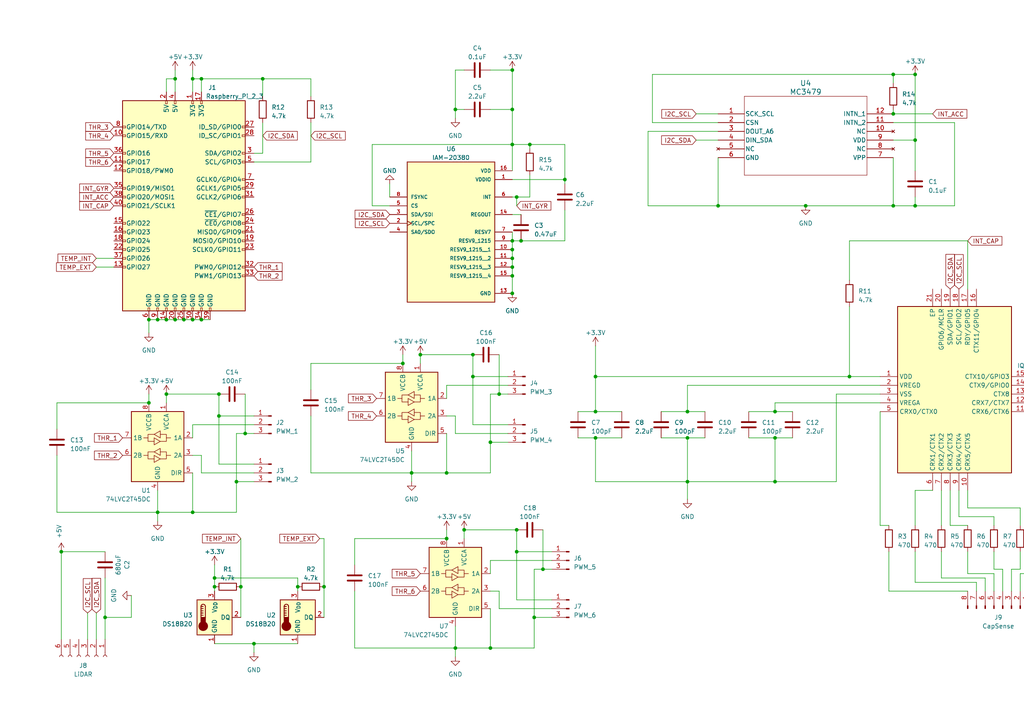
<source format=kicad_sch>
(kicad_sch (version 20230121) (generator eeschema)
  (paper "A4")
  (title_block (title "ROV Pi Hat") (company "Stony Brook University") (comment 1 "Joseph Commisso"))
  (lib_symbols
    (symbol "Connector:Conn_01x03_Pin" (pin_names (offset 1.016) hide)
      (property "Reference" "J" (at 0 5.08 0))
      (property "Value" "Conn_01x03_Pin" (at 0 -5.08 0))
      (symbol "Conn_01x03_Pin_1_1"
        (pin passive line (at 5.08 2.54 180) (length 3.81) (name "Pin_1") (number "1"))
        (pin passive line (at 5.08 0 180) (length 3.81) (name "Pin_2") (number "2"))
        (pin passive line (at 5.08 -2.54 180) (length 3.81) (name "Pin_3") (number "3"))
      )
    )
    (symbol "Connector:Conn_01x06_Socket" (pin_names (offset 1.016) hide)
      (property "Reference" "J" (at 0 7.62 0))
      (property "Value" "Conn_01x06_Socket" (at 0 -10.16 0))
      (symbol "Conn_01x06_Socket_1_1"
        (pin passive line (at -5.08 5.08 0) (length 3.81) (name "Pin_1") (number "1"))
        (pin passive line (at -5.08 2.54 0) (length 3.81) (name "Pin_2") (number "2"))
        (pin passive line (at -5.08 0 0) (length 3.81) (name "Pin_3") (number "3"))
        (pin passive line (at -5.08 -2.54 0) (length 3.81) (name "Pin_4") (number "4"))
        (pin passive line (at -5.08 -5.08 0) (length 3.81) (name "Pin_5") (number "5"))
        (pin passive line (at -5.08 -7.62 0) (length 3.81) (name "Pin_6") (number "6"))
      )
    )
    (symbol "Connector:Conn_01x08_Pin" (pin_names (offset 1.016) hide)
      (property "Reference" "J" (at 0 10.16 0))
      (property "Value" "Conn_01x08_Pin" (at 0 -12.7 0))
      (symbol "Conn_01x08_Pin_1_1"
        (pin passive line (at 5.08 7.62 180) (length 3.81) (name "Pin_1") (number "1"))
        (pin passive line (at 5.08 5.08 180) (length 3.81) (name "Pin_2") (number "2"))
        (pin passive line (at 5.08 2.54 180) (length 3.81) (name "Pin_3") (number "3"))
        (pin passive line (at 5.08 0 180) (length 3.81) (name "Pin_4") (number "4"))
        (pin passive line (at 5.08 -2.54 180) (length 3.81) (name "Pin_5") (number "5"))
        (pin passive line (at 5.08 -5.08 180) (length 3.81) (name "Pin_6") (number "6"))
        (pin passive line (at 5.08 -7.62 180) (length 3.81) (name "Pin_7") (number "7"))
        (pin passive line (at 5.08 -10.16 180) (length 3.81) (name "Pin_8") (number "8"))
      )
    )
    (symbol "Connector:Raspberry_Pi_2_3" (pin_names (offset 1.016))
      (property "Reference" "J" (at -17.78 31.75 0))
      (property "Value" "Raspberry_Pi_2_3" (at 10.16 -31.75 0))
      (symbol "Raspberry_Pi_2_3_1_1"
        (pin power_in line (at 2.54 33.02 270) (length 2.54) (name "3V3") (number "1"))
        (pin bidirectional line (at -20.32 20.32 0) (length 2.54) (name "GPIO15/RXD") (number "10"))
        (pin bidirectional line (at -20.32 12.7 0) (length 2.54) (name "GPIO17") (number "11"))
        (pin bidirectional line (at -20.32 10.16 0) (length 2.54) (name "GPIO18/PWM0") (number "12"))
        (pin bidirectional line (at -20.32 -17.78 0) (length 2.54) (name "GPIO27") (number "13"))
        (pin power_in line (at -5.08 -33.02 90) (length 2.54) (name "GND") (number "14"))
        (pin bidirectional line (at -20.32 -5.08 0) (length 2.54) (name "GPIO22") (number "15"))
        (pin bidirectional line (at -20.32 -7.62 0) (length 2.54) (name "GPIO23") (number "16"))
        (pin power_in line (at 5.08 33.02 270) (length 2.54) (name "3V3") (number "17"))
        (pin bidirectional line (at -20.32 -10.16 0) (length 2.54) (name "GPIO24") (number "18"))
        (pin bidirectional line (at 20.32 -10.16 180) (length 2.54) (name "MOSI0/GPIO10") (number "19"))
        (pin power_in line (at -5.08 33.02 270) (length 2.54) (name "5V") (number "2"))
        (pin power_in line (at -2.54 -33.02 90) (length 2.54) (name "GND") (number "20"))
        (pin bidirectional line (at 20.32 -7.62 180) (length 2.54) (name "MISO0/GPIO9") (number "21"))
        (pin bidirectional line (at -20.32 -12.7 0) (length 2.54) (name "GPIO25") (number "22"))
        (pin bidirectional line (at 20.32 -12.7 180) (length 2.54) (name "SCLK0/GPIO11") (number "23"))
        (pin bidirectional line (at 20.32 -5.08 180) (length 2.54) (name "~{CE0}/GPIO8") (number "24"))
        (pin power_in line (at 0 -33.02 90) (length 2.54) (name "GND") (number "25"))
        (pin bidirectional line (at 20.32 -2.54 180) (length 2.54) (name "~{CE1}/GPIO7") (number "26"))
        (pin bidirectional line (at 20.32 22.86 180) (length 2.54) (name "ID_SD/GPIO0") (number "27"))
        (pin bidirectional line (at 20.32 20.32 180) (length 2.54) (name "ID_SC/GPIO1") (number "28"))
        (pin bidirectional line (at 20.32 5.08 180) (length 2.54) (name "GCLK1/GPIO5") (number "29"))
        (pin bidirectional line (at 20.32 15.24 180) (length 2.54) (name "SDA/GPIO2") (number "3"))
        (pin power_in line (at 2.54 -33.02 90) (length 2.54) (name "GND") (number "30"))
        (pin bidirectional line (at 20.32 2.54 180) (length 2.54) (name "GCLK2/GPIO6") (number "31"))
        (pin bidirectional line (at 20.32 -17.78 180) (length 2.54) (name "PWM0/GPIO12") (number "32"))
        (pin bidirectional line (at 20.32 -20.32 180) (length 2.54) (name "PWM1/GPIO13") (number "33"))
        (pin power_in line (at 5.08 -33.02 90) (length 2.54) (name "GND") (number "34"))
        (pin bidirectional line (at -20.32 5.08 0) (length 2.54) (name "GPIO19/MISO1") (number "35"))
        (pin bidirectional line (at -20.32 15.24 0) (length 2.54) (name "GPIO16") (number "36"))
        (pin bidirectional line (at -20.32 -15.24 0) (length 2.54) (name "GPIO26") (number "37"))
        (pin bidirectional line (at -20.32 2.54 0) (length 2.54) (name "GPIO20/MOSI1") (number "38"))
        (pin power_in line (at 7.62 -33.02 90) (length 2.54) (name "GND") (number "39"))
        (pin power_in line (at -2.54 33.02 270) (length 2.54) (name "5V") (number "4"))
        (pin bidirectional line (at -20.32 0 0) (length 2.54) (name "GPIO21/SCLK1") (number "40"))
        (pin bidirectional line (at 20.32 12.7 180) (length 2.54) (name "SCL/GPIO3") (number "5"))
        (pin power_in line (at -10.16 -33.02 90) (length 2.54) (name "GND") (number "6"))
        (pin bidirectional line (at 20.32 7.62 180) (length 2.54) (name "GCLK0/GPIO4") (number "7"))
        (pin bidirectional line (at -20.32 22.86 0) (length 2.54) (name "GPIO14/TXD") (number "8"))
        (pin power_in line (at -7.62 -33.02 90) (length 2.54) (name "GND") (number "9"))
      )
    )
    (symbol "Device:C" (pin_numbers hide) (pin_names (offset 0.254))
      (property "Reference" "C" (at 0.635 2.54 0))
      (property "Value" "C" (at 0.635 -2.54 0))
      (symbol "C_1_1"
        (pin passive line (at 0 3.81 270) (length 2.794) (name "~") (number "1"))
        (pin passive line (at 0 -3.81 90) (length 2.794) (name "~") (number "2"))
      )
    )
    (symbol "Device:R" (pin_numbers hide) (pin_names (offset 0))
      (property "Reference" "R" (at 2.032 0 90))
      (property "Value" "R" (at 0 0 90))
      (symbol "R_1_1"
        (pin passive line (at 0 3.81 270) (length 1.27) (name "~") (number "1"))
        (pin passive line (at 0 -3.81 90) (length 1.27) (name "~") (number "2"))
      )
    )
    (symbol "Logic_LevelTranslator:74LVC2T45DC"
      (property "Reference" "U" (at 6.35 -11.43 0))
      (property "Value" "74LVC2T45DC" (at 10.16 11.43 0))
      (symbol "74LVC2T45DC_1_1"
        (pin power_in line (at -2.54 12.7 270) (length 2.54) (name "VCCA") (number "1"))
        (pin bidirectional line (at -10.16 2.54 0) (length 2.54) (name "1A") (number "2"))
        (pin bidirectional line (at -10.16 -2.54 0) (length 2.54) (name "2A") (number "3"))
        (pin power_in line (at 0 -12.7 90) (length 2.54) (name "GND") (number "4"))
        (pin input line (at -10.16 -7.62 0) (length 2.54) (name "DIR") (number "5"))
        (pin bidirectional line (at 10.16 -2.54 180) (length 2.54) (name "2B") (number "6"))
        (pin bidirectional line (at 10.16 2.54 180) (length 2.54) (name "1B") (number "7"))
        (pin power_in line (at 2.54 12.7 270) (length 2.54) (name "VCCB") (number "8"))
      )
    )
    (symbol "ROV_PCB:IAM-20380" (pin_names (offset 1.016))
      (property "Reference" "U" (at -12.7086 15.8857 0))
      (property "Value" "IAM-20380" (at -12.7199 -27.9678 0))
      (symbol "IAM-20380_0_0"
        (pin power_in line (at 17.78 10.16 180) (length 5.08) (name "VDDIO") (number "1"))
        (pin passive line (at 17.78 -10.16 180) (length 5.08) (name "RESV9_1215__1") (number "10"))
        (pin passive line (at 17.78 -12.7 180) (length 5.08) (name "RESV9_1215__2") (number "11"))
        (pin passive line (at 17.78 -15.24 180) (length 5.08) (name "RESV9_1215__3") (number "12"))
        (pin power_in line (at 17.78 -22.86 180) (length 5.08) (name "GND") (number "13"))
        (pin passive line (at 17.78 0 180) (length 5.08) (name "REGOUT") (number "14"))
        (pin passive line (at 17.78 -17.78 180) (length 5.08) (name "RESV9_1215__4") (number "15"))
        (pin power_in line (at 17.78 12.7 180) (length 5.08) (name "VDD") (number "16"))
        (pin bidirectional clock (at -17.78 -2.54 0) (length 5.08) (name "SCL/SPC") (number "2"))
        (pin input line (at -17.78 0 0) (length 5.08) (name "SDA/SDI") (number "3"))
        (pin output line (at -17.78 -5.08 0) (length 5.08) (name "SA0/SDO") (number "4"))
        (pin input line (at -17.78 2.54 0) (length 5.08) (name "CS") (number "5"))
        (pin output line (at 17.78 5.08 180) (length 5.08) (name "INT") (number "6"))
        (pin passive line (at 17.78 -5.08 180) (length 5.08) (name "RESV7") (number "7"))
        (pin input line (at -17.78 5.08 0) (length 5.08) (name "FSYNC") (number "8"))
        (pin passive line (at 17.78 -7.62 180) (length 5.08) (name "RESV9_1215") (number "9"))
      )
    )
    (symbol "ROV_PCB:IQS7222C101QNR"
      (property "Reference" "IC" (at 39.37 25.4 0))
      (property "Value" "IQS7222C101QNR" (at 39.37 22.86 0))
      (symbol "IQS7222C101QNR_1_1"
        (pin passive line (at 0 0 0) (length 5.08) (name "VDD") (number "1"))
        (pin passive line (at 25.4 -33.02 90) (length 5.08) (name "CRX5/CTX5") (number "10"))
        (pin passive line (at 43.18 -10.16 180) (length 5.08) (name "CRX6/CTX6") (number "11"))
        (pin passive line (at 43.18 -7.62 180) (length 5.08) (name "CRX7/CTX7") (number "12"))
        (pin passive line (at 43.18 -5.08 180) (length 5.08) (name "CTX8") (number "13"))
        (pin passive line (at 43.18 -2.54 180) (length 5.08) (name "CTX9/GPIO0") (number "14"))
        (pin passive line (at 43.18 0 180) (length 5.08) (name "CTX10/GPIO3") (number "15"))
        (pin passive line (at 27.94 25.4 270) (length 5.08) (name "CTX11/GPIO4") (number "16"))
        (pin passive line (at 25.4 25.4 270) (length 5.08) (name "RDY/GPIO5") (number "17"))
        (pin passive line (at 22.86 25.4 270) (length 5.08) (name "SCL/GPIO2") (number "18"))
        (pin passive line (at 20.32 25.4 270) (length 5.08) (name "SDA/GPIO1") (number "19"))
        (pin passive line (at 0 -2.54 0) (length 5.08) (name "VREGD") (number "2"))
        (pin passive line (at 17.78 25.4 270) (length 5.08) (name "GPIO6/MCLR") (number "20"))
        (pin passive line (at 15.24 25.4 270) (length 5.08) (name "EP") (number "21"))
        (pin passive line (at 0 -5.08 0) (length 5.08) (name "VSS") (number "3"))
        (pin passive line (at 0 -7.62 0) (length 5.08) (name "VREGA") (number "4"))
        (pin passive line (at 0 -10.16 0) (length 5.08) (name "CRX0/CTX0") (number "5"))
        (pin passive line (at 15.24 -33.02 90) (length 5.08) (name "CRX1/CTX1") (number "6"))
        (pin passive line (at 17.78 -33.02 90) (length 5.08) (name "CRX2/CTX2") (number "7"))
        (pin passive line (at 20.32 -33.02 90) (length 5.08) (name "CRX3/CTX3") (number "8"))
        (pin passive line (at 22.86 -33.02 90) (length 5.08) (name "CRX4/CTX4") (number "9"))
      )
    )
    (symbol "ROV_PCB:MC3479" (pin_names (offset 0.254))
      (property "Reference" "U" (at 25.4 10.16 0))
      (property "Value" "MC3479" (at 25.4 7.62 0))
      (symbol "MC3479_1_1"
        (pin input line (at 0 0 0) (length 7.62) (name "SCK_SCL") (number "1"))
        (pin no_connect line (at 50.8 -5.08 180) (length 7.62) (name "NC") (number "10"))
        (pin output line (at 50.8 -2.54 180) (length 7.62) (name "INTN_2") (number "11"))
        (pin output line (at 50.8 0 180) (length 7.62) (name "INTN_1") (number "12"))
        (pin input line (at 0 -2.54 0) (length 7.62) (name "CSN") (number "2"))
        (pin output line (at 0 -5.08 0) (length 7.62) (name "DOUT_A6") (number "3"))
        (pin input line (at 0 -7.62 0) (length 7.62) (name "DIN_SDA") (number "4"))
        (pin no_connect line (at 0 -10.16 0) (length 7.62) (name "NC") (number "5"))
        (pin power_in line (at 0 -12.7 0) (length 7.62) (name "GND") (number "6"))
        (pin power_in line (at 50.8 -12.7 180) (length 7.62) (name "VPP") (number "7"))
        (pin no_connect line (at 50.8 -10.16 180) (length 7.62) (name "NC") (number "8"))
        (pin power_in line (at 50.8 -7.62 180) (length 7.62) (name "VDD") (number "9"))
      )
    )
    (symbol "Sensor_Temperature:DS18B20"
      (property "Reference" "U" (at -3.81 6.35 0))
      (property "Value" "DS18B20" (at 6.35 6.35 0))
      (symbol "DS18B20_1_1"
        (pin power_in line (at 0 -7.62 90) (length 2.54) (name "GND") (number "1"))
        (pin bidirectional line (at 7.62 0 180) (length 2.54) (name "DQ") (number "2"))
        (pin power_in line (at 0 7.62 270) (length 2.54) (name "V_{DD}") (number "3"))
      )
    )
    (symbol "power:+3.3V" (power) (pin_names (offset 0))
      (property "Value" "+3.3V" (at 0 3.556 0))
      (symbol "+3.3V_1_1"
        (pin power_in line (at 0 0 90) (length 0) hide (name "+3.3V") (number "1"))
      )
    )
    (symbol "power:+5V" (power) (pin_names (offset 0))
      (property "Value" "+5V" (at 0 3.556 0))
      (symbol "+5V_1_1"
        (pin power_in line (at 0 0 90) (length 0) hide (name "+5V") (number "1"))
      )
    )
    (symbol "power:GND" (power) (pin_names (offset 0))
      (property "Value" "GND" (at 0 -3.81 0))
      (symbol "GND_1_1"
        (pin power_in line (at 0 0 270) (length 0) hide (name "GND") (number "1"))
      )
    )
  )
  (junction (at 134.62 153.67))
  (junction (at 142.24 187.96))
  (junction (at 148.59 77.47))
  (junction (at 58.42 22.86))
  (junction (at 144.78 114.3))
  (junction (at 149.86 160.02))
  (junction (at 76.2 22.86))
  (junction (at 246.38 109.22))
  (junction (at 132.08 187.96))
  (junction (at 172.72 119.38))
  (junction (at 43.18 92.71))
  (junction (at 199.39 139.7))
  (junction (at 119.38 137.16))
  (junction (at 69.85 170.18))
  (junction (at 68.58 139.7))
  (junction (at 157.48 165.1))
  (junction (at 172.72 109.22))
  (junction (at 151.13 69.85))
  (junction (at 142.24 128.27))
  (junction (at 153.67 41.91))
  (junction (at 55.88 148.59))
  (junction (at 148.59 41.91))
  (junction (at 224.79 119.38))
  (junction (at 148.59 74.93))
  (junction (at 30.48 179.07))
  (junction (at 148.59 20.32))
  (junction (at 62.23 170.18))
  (junction (at 208.28 59.69))
  (junction (at 137.16 109.22))
  (junction (at 259.08 21.59))
  (junction (at 55.88 22.86))
  (junction (at 148.59 72.39))
  (junction (at 259.08 59.69))
  (junction (at 149.86 153.67))
  (junction (at 45.72 92.71))
  (junction (at 63.5 120.65))
  (junction (at 55.88 92.71))
  (junction (at 93.98 170.18))
  (junction (at 265.43 21.59))
  (junction (at 132.08 31.75))
  (junction (at 43.18 116.84))
  (junction (at 121.92 102.87))
  (junction (at 199.39 119.38))
  (junction (at 50.8 22.86))
  (junction (at 172.72 127))
  (junction (at 86.36 170.18))
  (junction (at 58.42 92.71))
  (junction (at 259.08 33.02))
  (junction (at 48.26 92.71))
  (junction (at 71.12 125.73))
  (junction (at 17.78 160.02))
  (junction (at 53.34 92.71))
  (junction (at 233.68 59.69))
  (junction (at 129.54 156.21))
  (junction (at 116.84 105.41))
  (junction (at 265.43 59.69))
  (junction (at 163.83 52.07))
  (junction (at 48.26 114.3))
  (junction (at 129.54 137.16))
  (junction (at 73.66 186.69))
  (junction (at 45.72 148.59))
  (junction (at 224.79 139.7))
  (junction (at 62.23 167.64))
  (junction (at 154.94 179.07))
  (junction (at 224.79 127))
  (junction (at 148.59 31.75))
  (junction (at 63.5 114.3))
  (junction (at 199.39 127))
  (junction (at 148.59 85.09))
  (junction (at 149.86 57.15))
  (junction (at 50.8 92.71))
  (junction (at 137.16 102.87))
  (junction (at 265.43 40.64))
  (junction (at 148.59 69.85))
  (junction (at 148.59 80.01))
  (wire (pts (xy 27.94 74.93) (xy 33.02 74.93)))
  (wire (pts (xy 224.79 127) (xy 229.87 127)))
  (wire (pts (xy 129.54 111.76) (xy 129.54 115.57)))
  (wire (pts (xy 102.87 156.21) (xy 129.54 156.21)))
  (wire (pts (xy 142.24 137.16) (xy 142.24 128.27)))
  (wire (pts (xy 113.03 59.69) (xy 107.95 59.69)))
  (wire (pts (xy 255.27 116.84) (xy 224.79 116.84)))
  (wire (pts (xy 259.08 33.02) (xy 270.51 33.02)))
  (wire (pts (xy 132.08 187.96) (xy 142.24 187.96)))
  (wire (pts (xy 45.72 92.71) (xy 48.26 92.71)))
  (wire (pts (xy 137.16 102.87) (xy 137.16 109.22)))
  (wire (pts (xy 102.87 171.45) (xy 102.87 187.96)))
  (wire (pts (xy 121.92 102.87) (xy 137.16 102.87)))
  (wire (pts (xy 55.88 22.86) (xy 58.42 22.86)))
  (wire (pts (xy 62.23 171.45) (xy 62.23 170.18)))
  (wire (pts (xy 17.78 185.42) (xy 17.78 160.02)))
  (wire (pts (xy 48.26 114.3) (xy 48.26 116.84)))
  (wire (pts (xy 134.62 31.75) (xy 132.08 31.75)))
  (wire (pts (xy 246.38 81.28) (xy 246.38 69.85)))
  (wire (pts (xy 163.83 41.91) (xy 163.83 52.07)))
  (wire (pts (xy 134.62 153.67) (xy 134.62 156.21)))
  (wire (pts (xy 233.68 59.69) (xy 259.08 59.69)))
  (wire (pts (xy 189.23 35.56) (xy 189.23 21.59)))
  (wire (pts (xy 38.1 179.07) (xy 30.48 179.07)))
  (wire (pts (xy 142.24 187.96) (xy 154.94 187.96)))
  (wire (pts (xy 38.1 172.72) (xy 38.1 179.07)))
  (wire (pts (xy 265.43 21.59) (xy 265.43 40.64)))
  (wire (pts (xy 278.13 149.86) (xy 288.29 149.86)))
  (wire (pts (xy 148.59 31.75) (xy 148.59 41.91)))
  (wire (pts (xy 199.39 127) (xy 204.47 127)))
  (wire (pts (xy 172.72 109.22) (xy 172.72 119.38)))
  (wire (pts (xy 142.24 114.3) (xy 144.78 114.3)))
  (wire (pts (xy 273.05 160.02) (xy 273.05 167.64)))
  (wire (pts (xy 132.08 125.73) (xy 132.08 120.65)))
  (wire (pts (xy 259.08 21.59) (xy 265.43 21.59)))
  (wire (pts (xy 148.59 77.47) (xy 148.59 80.01)))
  (wire (pts (xy 116.84 102.87) (xy 116.84 105.41)))
  (wire (pts (xy 90.17 35.56) (xy 90.17 46.99)))
  (wire (pts (xy 76.2 22.86) (xy 90.17 22.86)))
  (wire (pts (xy 144.78 176.53) (xy 144.78 171.45)))
  (wire (pts (xy 73.66 186.69) (xy 73.66 189.23)))
  (wire (pts (xy 187.96 38.1) (xy 187.96 59.69)))
  (wire (pts (xy 93.98 156.21) (xy 93.98 170.18)))
  (wire (pts (xy 142.24 20.32) (xy 148.59 20.32)))
  (wire (pts (xy 16.51 116.84) (xy 43.18 116.84)))
  (wire (pts (xy 62.23 167.64) (xy 86.36 167.64)))
  (wire (pts (xy 199.39 139.7) (xy 199.39 127)))
  (wire (pts (xy 45.72 142.24) (xy 45.72 148.59)))
  (wire (pts (xy 43.18 92.71) (xy 43.18 96.52)))
  (wire (pts (xy 298.45 152.4) (xy 303.53 152.4)))
  (wire (pts (xy 90.17 113.03) (xy 90.17 105.41)))
  (wire (pts (xy 71.12 125.73) (xy 73.66 125.73)))
  (wire (pts (xy 62.23 167.64) (xy 62.23 163.83)))
  (wire (pts (xy 48.26 26.67) (xy 48.26 22.86)))
  (wire (pts (xy 107.95 59.69) (xy 107.95 41.91)))
  (wire (pts (xy 58.42 22.86) (xy 58.42 26.67)))
  (wire (pts (xy 172.72 109.22) (xy 246.38 109.22)))
  (wire (pts (xy 27.94 177.8) (xy 27.94 185.42)))
  (wire (pts (xy 148.59 20.32) (xy 148.59 31.75)))
  (wire (pts (xy 199.39 111.76) (xy 199.39 119.38)))
  (wire (pts (xy 293.37 165.1) (xy 293.37 171.45)))
  (wire (pts (xy 63.5 134.62) (xy 63.5 120.65)))
  (wire (pts (xy 265.43 40.64) (xy 265.43 49.53)))
  (wire (pts (xy 224.79 139.7) (xy 199.39 139.7)))
  (wire (pts (xy 154.94 179.07) (xy 160.02 179.07)))
  (wire (pts (xy 102.87 163.83) (xy 102.87 156.21)))
  (wire (pts (xy 50.8 92.71) (xy 53.34 92.71)))
  (wire (pts (xy 149.86 153.67) (xy 149.86 160.02)))
  (wire (pts (xy 30.48 167.64) (xy 30.48 179.07)))
  (wire (pts (xy 273.05 142.24) (xy 273.05 152.4)))
  (wire (pts (xy 283.21 168.91) (xy 283.21 171.45)))
  (wire (pts (xy 69.85 156.21) (xy 69.85 170.18)))
  (wire (pts (xy 55.88 92.71) (xy 58.42 92.71)))
  (wire (pts (xy 265.43 142.24) (xy 265.43 152.4)))
  (wire (pts (xy 246.38 88.9) (xy 246.38 109.22)))
  (wire (pts (xy 160.02 173.99) (xy 149.86 173.99)))
  (wire (pts (xy 172.72 100.33) (xy 172.72 109.22)))
  (wire (pts (xy 311.15 116.84) (xy 311.15 152.4)))
  (wire (pts (xy 68.58 139.7) (xy 73.66 139.7)))
  (wire (pts (xy 280.67 83.82) (xy 280.67 69.85)))
  (wire (pts (xy 199.39 119.38) (xy 204.47 119.38)))
  (wire (pts (xy 55.88 148.59) (xy 68.58 148.59)))
  (wire (pts (xy 50.8 22.86) (xy 50.8 26.67)))
  (wire (pts (xy 163.83 52.07) (xy 163.83 53.34)))
  (wire (pts (xy 298.45 171.45) (xy 311.15 171.45)))
  (wire (pts (xy 132.08 187.96) (xy 132.08 190.5)))
  (wire (pts (xy 275.59 152.4) (xy 280.67 152.4)))
  (wire (pts (xy 273.05 167.64) (xy 285.75 167.64)))
  (wire (pts (xy 142.24 176.53) (xy 142.24 187.96)))
  (wire (pts (xy 45.72 148.59) (xy 55.88 148.59)))
  (wire (pts (xy 149.86 57.15) (xy 153.67 57.15)))
  (wire (pts (xy 201.93 33.02) (xy 208.28 33.02)))
  (wire (pts (xy 199.39 139.7) (xy 199.39 144.78)))
  (wire (pts (xy 73.66 123.19) (xy 55.88 123.19)))
  (wire (pts (xy 288.29 160.02) (xy 288.29 165.1)))
  (wire (pts (xy 50.8 20.32) (xy 50.8 22.86)))
  (wire (pts (xy 217.17 119.38) (xy 224.79 119.38)))
  (wire (pts (xy 58.42 22.86) (xy 76.2 22.86)))
  (wire (pts (xy 63.5 114.3) (xy 63.5 120.65)))
  (wire (pts (xy 295.91 166.37) (xy 295.91 171.45)))
  (wire (pts (xy 275.59 142.24) (xy 275.59 152.4)))
  (wire (pts (xy 76.2 44.45) (xy 73.66 44.45)))
  (wire (pts (xy 172.72 127) (xy 180.34 127)))
  (wire (pts (xy 53.34 92.71) (xy 55.88 92.71)))
  (wire (pts (xy 129.54 125.73) (xy 129.54 137.16)))
  (wire (pts (xy 144.78 171.45) (xy 142.24 171.45)))
  (wire (pts (xy 259.08 21.59) (xy 259.08 24.13)))
  (wire (pts (xy 30.48 179.07) (xy 30.48 185.42)))
  (wire (pts (xy 224.79 119.38) (xy 229.87 119.38)))
  (wire (pts (xy 73.66 137.16) (xy 58.42 137.16)))
  (wire (pts (xy 208.28 35.56) (xy 189.23 35.56)))
  (wire (pts (xy 132.08 20.32) (xy 132.08 31.75)))
  (wire (pts (xy 255.27 119.38) (xy 255.27 152.4)))
  (wire (pts (xy 265.43 160.02) (xy 265.43 168.91)))
  (wire (pts (xy 148.59 62.23) (xy 151.13 62.23)))
  (wire (pts (xy 160.02 162.56) (xy 142.24 162.56)))
  (wire (pts (xy 55.88 137.16) (xy 55.88 148.59)))
  (wire (pts (xy 142.24 128.27) (xy 142.24 114.3)))
  (wire (pts (xy 132.08 31.75) (xy 132.08 34.29)))
  (wire (pts (xy 113.03 53.34) (xy 113.03 57.15)))
  (wire (pts (xy 76.2 22.86) (xy 76.2 27.94)))
  (wire (pts (xy 153.67 41.91) (xy 163.83 41.91)))
  (wire (pts (xy 25.4 177.8) (xy 25.4 185.42)))
  (wire (pts (xy 119.38 137.16) (xy 119.38 139.7)))
  (wire (pts (xy 290.83 165.1) (xy 290.83 171.45)))
  (wire (pts (xy 295.91 165.1) (xy 293.37 165.1)))
  (wire (pts (xy 58.42 137.16) (xy 58.42 132.08)))
  (wire (pts (xy 148.59 41.91) (xy 148.59 49.53)))
  (wire (pts (xy 157.48 153.67) (xy 157.48 165.1)))
  (wire (pts (xy 259.08 40.64) (xy 265.43 40.64)))
  (wire (pts (xy 73.66 186.69) (xy 86.36 186.69)))
  (wire (pts (xy 246.38 109.22) (xy 255.27 109.22)))
  (wire (pts (xy 90.17 120.65) (xy 90.17 137.16)))
  (wire (pts (xy 259.08 31.75) (xy 259.08 33.02)))
  (wire (pts (xy 93.98 170.18) (xy 93.98 179.07)))
  (wire (pts (xy 148.59 69.85) (xy 151.13 69.85)))
  (wire (pts (xy 132.08 181.61) (xy 132.08 187.96)))
  (wire (pts (xy 149.86 59.69) (xy 149.86 57.15)))
  (wire (pts (xy 285.75 167.64) (xy 285.75 171.45)))
  (wire (pts (xy 280.67 147.32) (xy 295.91 147.32)))
  (wire (pts (xy 62.23 170.18) (xy 62.23 167.64)))
  (wire (pts (xy 148.59 67.31) (xy 148.59 69.85)))
  (wire (pts (xy 121.92 102.87) (xy 121.92 105.41)))
  (wire (pts (xy 90.17 27.94) (xy 90.17 22.86)))
  (wire (pts (xy 233.68 59.69) (xy 208.28 59.69)))
  (wire (pts (xy 142.24 162.56) (xy 142.24 166.37)))
  (wire (pts (xy 107.95 41.91) (xy 148.59 41.91)))
  (wire (pts (xy 119.38 137.16) (xy 129.54 137.16)))
  (wire (pts (xy 132.08 20.32) (xy 134.62 20.32)))
  (wire (pts (xy 280.67 160.02) (xy 280.67 166.37)))
  (wire (pts (xy 147.32 123.19) (xy 137.16 123.19)))
  (wire (pts (xy 86.36 167.64) (xy 86.36 170.18)))
  (wire (pts (xy 148.59 69.85) (xy 148.59 72.39)))
  (wire (pts (xy 86.36 170.18) (xy 86.36 171.45)))
  (wire (pts (xy 142.24 128.27) (xy 147.32 128.27)))
  (wire (pts (xy 144.78 114.3) (xy 147.32 114.3)))
  (wire (pts (xy 43.18 92.71) (xy 45.72 92.71)))
  (wire (pts (xy 257.81 171.45) (xy 257.81 160.02)))
  (wire (pts (xy 189.23 21.59) (xy 259.08 21.59)))
  (wire (pts (xy 280.67 171.45) (xy 257.81 171.45)))
  (wire (pts (xy 149.86 173.99) (xy 149.86 160.02)))
  (wire (pts (xy 148.59 52.07) (xy 163.83 52.07)))
  (wire (pts (xy 43.18 114.3) (xy 43.18 116.84)))
  (wire (pts (xy 303.53 160.02) (xy 303.53 166.37)))
  (wire (pts (xy 270.51 142.24) (xy 265.43 142.24)))
  (wire (pts (xy 55.88 123.19) (xy 55.88 127)))
  (wire (pts (xy 148.59 72.39) (xy 148.59 74.93)))
  (wire (pts (xy 129.54 137.16) (xy 142.24 137.16)))
  (wire (pts (xy 151.13 69.85) (xy 163.83 69.85)))
  (wire (pts (xy 265.43 57.15) (xy 265.43 59.69)))
  (wire (pts (xy 224.79 127) (xy 224.79 139.7)))
  (wire (pts (xy 16.51 148.59) (xy 45.72 148.59)))
  (wire (pts (xy 167.64 119.38) (xy 172.72 119.38)))
  (wire (pts (xy 224.79 116.84) (xy 224.79 119.38)))
  (wire (pts (xy 55.88 20.32) (xy 55.88 22.86)))
  (wire (pts (xy 153.67 41.91) (xy 153.67 43.18)))
  (wire (pts (xy 119.38 130.81) (xy 119.38 137.16)))
  (wire (pts (xy 148.59 41.91) (xy 153.67 41.91)))
  (wire (pts (xy 27.94 77.47) (xy 33.02 77.47)))
  (wire (pts (xy 295.91 160.02) (xy 295.91 165.1)))
  (wire (pts (xy 147.32 111.76) (xy 129.54 111.76)))
  (wire (pts (xy 265.43 59.69) (xy 259.08 59.69)))
  (wire (pts (xy 148.59 57.15) (xy 149.86 57.15)))
  (wire (pts (xy 17.78 160.02) (xy 30.48 160.02)))
  (wire (pts (xy 102.87 187.96) (xy 132.08 187.96)))
  (wire (pts (xy 148.59 74.93) (xy 148.59 77.47)))
  (wire (pts (xy 242.57 139.7) (xy 224.79 139.7)))
  (wire (pts (xy 90.17 137.16) (xy 119.38 137.16)))
  (wire (pts (xy 208.28 59.69) (xy 208.28 45.72)))
  (wire (pts (xy 154.94 165.1) (xy 157.48 165.1)))
  (wire (pts (xy 68.58 139.7) (xy 68.58 125.73)))
  (wire (pts (xy 201.93 40.64) (xy 208.28 40.64)))
  (wire (pts (xy 191.77 127) (xy 199.39 127)))
  (wire (pts (xy 255.27 114.3) (xy 242.57 114.3)))
  (wire (pts (xy 90.17 105.41) (xy 116.84 105.41)))
  (wire (pts (xy 295.91 147.32) (xy 295.91 152.4)))
  (wire (pts (xy 68.58 148.59) (xy 68.58 139.7)))
  (wire (pts (xy 58.42 92.71) (xy 60.96 92.71)))
  (wire (pts (xy 129.54 153.67) (xy 129.54 156.21)))
  (wire (pts (xy 311.15 171.45) (xy 311.15 160.02)))
  (wire (pts (xy 45.72 148.59) (xy 45.72 151.13)))
  (wire (pts (xy 208.28 38.1) (xy 187.96 38.1)))
  (wire (pts (xy 157.48 165.1) (xy 160.02 165.1)))
  (wire (pts (xy 298.45 119.38) (xy 298.45 152.4)))
  (wire (pts (xy 288.29 149.86) (xy 288.29 152.4)))
  (wire (pts (xy 217.17 127) (xy 224.79 127)))
  (wire (pts (xy 278.13 142.24) (xy 278.13 149.86)))
  (wire (pts (xy 172.72 127) (xy 172.72 139.7)))
  (wire (pts (xy 48.26 92.71) (xy 50.8 92.71)))
  (wire (pts (xy 255.27 152.4) (xy 257.81 152.4)))
  (wire (pts (xy 73.66 134.62) (xy 63.5 134.62)))
  (wire (pts (xy 71.12 114.3) (xy 71.12 125.73)))
  (wire (pts (xy 153.67 50.8) (xy 153.67 57.15)))
  (wire (pts (xy 69.85 179.07) (xy 69.85 170.18)))
  (wire (pts (xy 280.67 166.37) (xy 288.29 166.37)))
  (wire (pts (xy 154.94 179.07) (xy 154.94 165.1)))
  (wire (pts (xy 48.26 22.86) (xy 50.8 22.86)))
  (wire (pts (xy 16.51 124.46) (xy 16.51 116.84)))
  (wire (pts (xy 259.08 59.69) (xy 259.08 45.72)))
  (wire (pts (xy 167.64 127) (xy 172.72 127)))
  (wire (pts (xy 191.77 119.38) (xy 199.39 119.38)))
  (wire (pts (xy 142.24 31.75) (xy 148.59 31.75)))
  (wire (pts (xy 172.72 119.38) (xy 180.34 119.38)))
  (wire (pts (xy 163.83 60.96) (xy 163.83 69.85)))
  (wire (pts (xy 149.86 160.02) (xy 160.02 160.02)))
  (wire (pts (xy 303.53 166.37) (xy 295.91 166.37)))
  (wire (pts (xy 134.62 153.67) (xy 149.86 153.67)))
  (wire (pts (xy 246.38 69.85) (xy 280.67 69.85)))
  (wire (pts (xy 68.58 125.73) (xy 71.12 125.73)))
  (wire (pts (xy 288.29 165.1) (xy 290.83 165.1)))
  (wire (pts (xy 280.67 142.24) (xy 280.67 147.32)))
  (wire (pts (xy 76.2 35.56) (xy 76.2 44.45)))
  (wire (pts (xy 62.23 186.69) (xy 73.66 186.69)))
  (wire (pts (xy 147.32 125.73) (xy 132.08 125.73)))
  (wire (pts (xy 55.88 22.86) (xy 55.88 26.67)))
  (wire (pts (xy 265.43 168.91) (xy 283.21 168.91)))
  (wire (pts (xy 58.42 132.08) (xy 55.88 132.08)))
  (wire (pts (xy 255.27 111.76) (xy 199.39 111.76)))
  (wire (pts (xy 276.86 35.56) (xy 276.86 59.69)))
  (wire (pts (xy 144.78 102.87) (xy 144.78 114.3)))
  (wire (pts (xy 154.94 187.96) (xy 154.94 179.07)))
  (wire (pts (xy 276.86 59.69) (xy 265.43 59.69)))
  (wire (pts (xy 148.59 80.01) (xy 148.59 85.09)))
  (wire (pts (xy 132.08 120.65) (xy 129.54 120.65)))
  (wire (pts (xy 172.72 139.7) (xy 199.39 139.7)))
  (wire (pts (xy 90.17 46.99) (xy 73.66 46.99)))
  (wire (pts (xy 63.5 120.65) (xy 73.66 120.65)))
  (wire (pts (xy 92.71 156.21) (xy 93.98 156.21)))
  (wire (pts (xy 137.16 109.22) (xy 147.32 109.22)))
  (wire (pts (xy 288.29 166.37) (xy 288.29 171.45)))
  (wire (pts (xy 242.57 114.3) (xy 242.57 139.7)))
  (wire (pts (xy 137.16 123.19) (xy 137.16 109.22)))
  (wire (pts (xy 160.02 176.53) (xy 144.78 176.53)))
  (wire (pts (xy 259.08 35.56) (xy 276.86 35.56)))
  (wire (pts (xy 187.96 59.69) (xy 208.28 59.69)))
  (wire (pts (xy 48.26 114.3) (xy 63.5 114.3)))
  (wire (pts (xy 298.45 116.84) (xy 311.15 116.84)))
  (wire (pts (xy 16.51 132.08) (xy 16.51 148.59)))
  (global_label "I2C_SCL" (shape input) (at 201.93 33.02 180) (property "Intersheetrefs" "${INTERSHEET_REFS}" (effects hide)))
  (global_label "INT_ACC" (shape input) (at 33.02 57.15 180) (property "Intersheetrefs" "${INTERSHEET_REFS}" (effects hide)))
  (global_label "THR_3" (shape input) (at 33.02 36.83 180) (property "Intersheetrefs" "${INTERSHEET_REFS}" (effects hide)))
  (global_label "TEMP_INT" (shape input) (at 27.94 74.93 180) (property "Intersheetrefs" "${INTERSHEET_REFS}" (effects hide)))
  (global_label "THR_6" (shape input) (at 33.02 46.99 180) (property "Intersheetrefs" "${INTERSHEET_REFS}" (effects hide)))
  (global_label "I2C_SDA" (shape input) (at 76.2 39.37 0) (property "Intersheetrefs" "${INTERSHEET_REFS}" (effects hide)))
  (global_label "THR_3" (shape input) (at 109.22 115.57 180) (property "Intersheetrefs" "${INTERSHEET_REFS}" (effects hide)))
  (global_label "THR_1" (shape input) (at 73.66 77.47 0) (property "Intersheetrefs" "${INTERSHEET_REFS}" (effects hide)))
  (global_label "THR_2" (shape input) (at 73.66 80.01 0) (property "Intersheetrefs" "${INTERSHEET_REFS}" (effects hide)))
  (global_label "INT_GYR" (shape input) (at 149.86 59.69 0) (property "Intersheetrefs" "${INTERSHEET_REFS}" (effects hide)))
  (global_label "TEMP_INT" (shape input) (at 69.85 156.21 180) (property "Intersheetrefs" "${INTERSHEET_REFS}" (effects hide)))
  (global_label "I2C_SDA" (shape input) (at 27.94 177.8 90) (property "Intersheetrefs" "${INTERSHEET_REFS}" (effects hide)))
  (global_label "I2C_SCL" (shape input) (at 25.4 177.8 90) (property "Intersheetrefs" "${INTERSHEET_REFS}" (effects hide)))
  (global_label "INT_CAP" (shape input) (at 280.67 69.85 0) (property "Intersheetrefs" "${INTERSHEET_REFS}" (effects hide)))
  (global_label "TEMP_EXT" (shape input) (at 27.94 77.47 180) (property "Intersheetrefs" "${INTERSHEET_REFS}" (effects hide)))
  (global_label "I2C_SDA" (shape input) (at 275.59 83.82 90) (property "Intersheetrefs" "${INTERSHEET_REFS}" (effects hide)))
  (global_label "I2C_SCL" (shape input) (at 90.17 39.37 0) (property "Intersheetrefs" "${INTERSHEET_REFS}" (effects hide)))
  (global_label "I2C_SCL" (shape input) (at 278.13 83.82 90) (property "Intersheetrefs" "${INTERSHEET_REFS}" (effects hide)))
  (global_label "TEMP_EXT" (shape input) (at 92.71 156.21 180) (property "Intersheetrefs" "${INTERSHEET_REFS}" (effects hide)))
  (global_label "INT_GYR" (shape input) (at 33.02 54.61 180) (property "Intersheetrefs" "${INTERSHEET_REFS}" (effects hide)))
  (global_label "I2C_SDA" (shape input) (at 201.93 40.64 180) (property "Intersheetrefs" "${INTERSHEET_REFS}" (effects hide)))
  (global_label "THR_4" (shape input) (at 33.02 39.37 180) (property "Intersheetrefs" "${INTERSHEET_REFS}" (effects hide)))
  (global_label "THR_2" (shape input) (at 35.56 132.08 180) (property "Intersheetrefs" "${INTERSHEET_REFS}" (effects hide)))
  (global_label "INT_CAP" (shape input) (at 33.02 59.69 180) (property "Intersheetrefs" "${INTERSHEET_REFS}" (effects hide)))
  (global_label "THR_5" (shape input) (at 33.02 44.45 180) (property "Intersheetrefs" "${INTERSHEET_REFS}" (effects hide)))
  (global_label "I2C_SCL" (shape input) (at 113.03 64.77 180) (property "Intersheetrefs" "${INTERSHEET_REFS}" (effects hide)))
  (global_label "THR_6" (shape input) (at 121.92 171.45 180) (property "Intersheetrefs" "${INTERSHEET_REFS}" (effects hide)))
  (global_label "I2C_SDA" (shape input) (at 113.03 62.23 180) (property "Intersheetrefs" "${INTERSHEET_REFS}" (effects hide)))
  (global_label "THR_1" (shape input) (at 35.56 127 180) (property "Intersheetrefs" "${INTERSHEET_REFS}" (effects hide)))
  (global_label "THR_5" (shape input) (at 121.92 166.37 180) (property "Intersheetrefs" "${INTERSHEET_REFS}" (effects hide)))
  (global_label "INT_ACC" (shape input) (at 270.51 33.02 0) (property "Intersheetrefs" "${INTERSHEET_REFS}" (effects hide)))
  (global_label "THR_4" (shape input) (at 109.22 120.65 180) (property "Intersheetrefs" "${INTERSHEET_REFS}" (effects hide)))
  (symbol (lib_id "Device:C") (at 30.48 163.83 0) (unit 1)
    (property "Reference" "C2" (at 36.83 163.83 90))
    (property "Value" "680uF" (at 34.29 163.83 90))
    (property "Footprint" "Capacitor_SMD:C_0805_2012Metric" (effects hide))
  )
  (symbol (lib_id "Device:R") (at 259.08 27.94 0) (unit 1)
    (property "Reference" "R14" (at 261.62 27.305 0) (effects (justify left)))
    (property "Value" "4.7k" (at 261.62 29.845 0) (effects (justify left)))
    (property "Footprint" "Resistor_SMD:R_0603_1608Metric" (effects hide))
  )
  (symbol (lib_id "Device:R") (at 76.2 31.75 0) (unit 1)
    (property "Reference" "R12" (at 78.74 31.115 0) (effects (justify left)))
    (property "Value" "4.7k" (at 78.74 33.655 0) (effects (justify left)))
    (property "Footprint" "Resistor_SMD:R_0603_1608Metric" (effects hide))
  )
  (symbol (lib_id "Device:C") (at 204.47 123.19 0) (unit 1)
    (property "Reference" "C10" (at 208.28 122.555 0) (effects (justify left)))
    (property "Value" "2.2uF" (at 208.28 125.095 0) (effects (justify left)))
    (property "Footprint" "Capacitor_SMD:C_0805_2012Metric" (effects hide))
  )
  (symbol (lib_id "Device:R") (at 66.04 170.18 90) (unit 1)
    (property "Reference" "R1" (at 66.04 165.1 90))
    (property "Value" "4.7k" (at 66.04 167.64 90))
    (property "Footprint" "Resistor_SMD:R_0603_1608Metric" (effects hide))
  )
  (symbol (lib_id "Device:R") (at 90.17 170.18 90) (unit 1)
    (property "Reference" "R2" (at 90.17 165.1 90))
    (property "Value" "4.7k" (at 90.17 167.64 90))
    (property "Footprint" "Resistor_SMD:R_0603_1608Metric" (effects hide))
  )
  (symbol (lib_id "power:+3.3V") (at 265.43 21.59 0) (unit 1)
    (property "Reference" "#PWR04" (effects hide))
    (property "Value" "+3.3V" (at 265.43 17.78 0))
  )
  (symbol (lib_id "Device:C") (at 167.64 123.19 0) (unit 1)
    (property "Reference" "C7" (at 171.45 122.555 0) (effects (justify left)))
    (property "Value" "100pF" (at 171.45 125.095 0) (effects (justify left)))
    (property "Footprint" "Capacitor_SMD:C_0805_2012Metric" (effects hide))
  )
  (symbol (lib_id "Sensor_Temperature:DS18B20") (at 62.23 179.07 0) (unit 1)
    (property "Reference" "U3" (at 55.88 178.435 0) (effects (justify right)))
    (property "Value" "DS18B20" (at 55.88 180.975 0) (effects (justify right)))
    (property "Footprint" "Connector_PinHeader_2.54mm:PinHeader_1x03_P2.54mm_Vertical" (effects hide))
    (property "Datasheet" "http://datasheets.maximintegrated.com/en/ds/DS18B20.pdf" (effects hide))
  )
  (symbol (lib_id "power:+3.3V") (at 129.54 153.67 0) (unit 1)
    (property "Reference" "#PWR021" (effects hide))
    (property "Value" "+3.3V" (at 129.54 149.86 0))
  )
  (symbol (lib_id "power:GND") (at 113.03 53.34 180) (unit 1)
    (property "Reference" "#PWR024" (effects hide))
    (property "Value" "GND" (at 113.03 49.53 0))
  )
  (symbol (lib_id "power:GND") (at 233.68 59.69 0) (unit 1)
    (property "Reference" "#PWR03" (effects hide))
    (property "Value" "GND" (at 233.68 64.77 0))
  )
  (symbol (lib_id "Connector:Raspberry_Pi_2_3") (at 53.34 59.69 0) (unit 1)
    (property "Reference" "J1" (at 60.3759 25.4 0) (effects (justify left)))
    (property "Value" "Raspberry_Pi_2_3" (at 59.69 27.94 0) (effects (justify left)))
    (property "Footprint" "Connector_PinSocket_2.54mm:PinSocket_2x20_P2.54mm_Vertical" (effects hide))
    (property "Datasheet" "https://www.raspberrypi.org/documentation/hardware/raspberrypi/schematics/rpi_SCH_3bplus_1p0_reduced.pdf" (effects hide))
  )
  (symbol (lib_id "Logic_LevelTranslator:74LVC2T45DC") (at 45.72 129.54 0) (mirror y) (unit 1)
    (property "Reference" "U1" (at 43.7641 142.24 0) (effects (justify left)))
    (property "Value" "74LVC2T45DC" (at 43.7641 144.78 0) (effects (justify left)))
    (property "Footprint" "Package_SO:VSSOP-8_2.3x2mm_P0.5mm" (effects hide))
    (property "Datasheet" "https://assets.nexperia.com/documents/data-sheet/74LVC_LVCH2T45.pdf" (effects hide))
  )
  (symbol (lib_id "power:+5V") (at 48.26 114.3 0) (unit 1)
    (property "Reference" "#PWR018" (effects hide))
    (property "Value" "+5V" (at 48.26 110.49 0))
  )
  (symbol (lib_id "power:+5V") (at 121.92 102.87 0) (unit 1)
    (property "Reference" "#PWR020" (effects hide))
    (property "Value" "+5V" (at 121.92 99.06 0))
  )
  (symbol (lib_id "power:GND") (at 43.18 96.52 0) (unit 1)
    (property "Reference" "#PWR02" (effects hide))
    (property "Value" "GND" (at 43.18 101.6 0))
  )
  (symbol (lib_id "Device:C") (at 163.83 57.15 180) (unit 1)
    (property "Reference" "C6" (at 166.9125 56.515 0) (effects (justify right)))
    (property "Value" "2.2uF" (at 166.9125 59.055 0) (effects (justify right)))
    (property "Footprint" "Capacitor_SMD:C_0805_2012Metric" (effects hide))
  )
  (symbol (lib_id "Logic_LevelTranslator:74LVC2T45DC") (at 119.38 118.11 0) (mirror y) (unit 1)
    (property "Reference" "U5" (at 117.4241 130.81 0) (effects (justify left)))
    (property "Value" "74LVC2T45DC" (at 117.4241 133.35 0) (effects (justify left)))
    (property "Footprint" "Package_SO:VSSOP-8_2.3x2mm_P0.5mm" (effects hide))
    (property "Datasheet" "https://assets.nexperia.com/documents/data-sheet/74LVC_LVCH2T45.pdf" (effects hide))
  )
  (symbol (lib_id "Device:R") (at 153.67 46.99 0) (unit 1)
    (property "Reference" "R15" (at 156.21 46.355 0) (effects (justify left)))
    (property "Value" "4.7k" (at 156.21 48.895 0) (effects (justify left)))
    (property "Footprint" "Resistor_SMD:R_0603_1608Metric" (effects hide))
  )
  (symbol (lib_id "Device:R") (at 303.53 156.21 0) (unit 1)
    (property "Reference" "R9" (at 306.07 155.575 0) (effects (justify left)))
    (property "Value" "470" (at 306.07 158.115 0) (effects (justify left)))
    (property "Footprint" "Resistor_SMD:R_0603_1608Metric" (effects hide))
  )
  (symbol (lib_id "power:+3.3V") (at 172.72 100.33 0) (unit 1)
    (property "Reference" "#PWR010" (effects hide))
    (property "Value" "+3.3V" (at 172.72 96.52 0))
  )
  (symbol (lib_id "Device:C") (at 217.17 123.19 0) (unit 1)
    (property "Reference" "C11" (at 220.98 122.555 0) (effects (justify left)))
    (property "Value" "100pF" (at 220.98 125.095 0) (effects (justify left)))
    (property "Footprint" "Capacitor_SMD:C_0805_2012Metric" (effects hide))
  )
  (symbol (lib_id "power:GND") (at 132.08 34.29 0) (unit 1)
    (property "Reference" "#PWR07" (effects hide))
    (property "Value" "GND" (at 132.08 39.37 0))
  )
  (symbol (lib_id "Device:C") (at 229.87 123.19 0) (unit 1)
    (property "Reference" "C12" (at 233.68 122.555 0) (effects (justify left)))
    (property "Value" "2.2uF" (at 233.68 125.095 0) (effects (justify left)))
    (property "Footprint" "Capacitor_SMD:C_0805_2012Metric" (effects hide))
  )
  (symbol (lib_id "Device:R") (at 257.81 156.21 0) (unit 1)
    (property "Reference" "R3" (at 260.35 155.575 0) (effects (justify left)))
    (property "Value" "470" (at 260.35 158.115 0) (effects (justify left)))
    (property "Footprint" "Resistor_SMD:R_0603_1608Metric" (effects hide))
  )
  (symbol (lib_id "Device:C") (at 140.97 102.87 90) (unit 1)
    (property "Reference" "C16" (at 140.97 96.52 90))
    (property "Value" "100nF" (at 140.97 99.06 90))
    (property "Footprint" "Capacitor_SMD:C_0805_2012Metric" (effects hide))
  )
  (symbol (lib_id "power:GND") (at 45.72 151.13 0) (unit 1)
    (property "Reference" "#PWR017" (effects hide))
    (property "Value" "GND" (at 45.72 156.21 0))
  )
  (symbol (lib_id "Device:C") (at 67.31 114.3 90) (unit 1)
    (property "Reference" "C14" (at 67.31 107.95 90))
    (property "Value" "100nF" (at 67.31 110.49 90))
    (property "Footprint" "Capacitor_SMD:C_0805_2012Metric" (effects hide))
  )
  (symbol (lib_id "Device:C") (at 151.13 66.04 0) (unit 1)
    (property "Reference" "C3" (at 154.94 65.405 0) (effects (justify left)))
    (property "Value" "0.47uF" (at 154.94 67.945 0) (effects (justify left)))
    (property "Footprint" "Capacitor_SMD:C_0805_2012Metric" (effects hide))
  )
  (symbol (lib_id "Device:C") (at 138.43 20.32 90) (unit 1)
    (property "Reference" "C4" (at 138.43 13.97 90))
    (property "Value" "0.1uF" (at 138.43 16.51 90))
    (property "Footprint" "Capacitor_SMD:C_0805_2012Metric" (effects hide))
  )
  (symbol (lib_id "power:+3.3V") (at 62.23 163.83 0) (unit 1)
    (property "Reference" "#PWR014" (effects hide))
    (property "Value" "+3.3V" (at 62.23 160.02 0))
  )
  (symbol (lib_id "Device:C") (at 191.77 123.19 0) (unit 1)
    (property "Reference" "C9" (at 195.58 122.555 0) (effects (justify left)))
    (property "Value" "100pF" (at 195.58 125.095 0) (effects (justify left)))
    (property "Footprint" "Capacitor_SMD:C_0805_2012Metric" (effects hide))
  )
  (symbol (lib_id "power:GND") (at 38.1 172.72 270) (unit 1)
    (property "Reference" "#PWR013" (effects hide))
    (property "Value" "GND" (at 33.02 172.72 0))
  )
  (symbol (lib_id "Device:C") (at 265.43 53.34 0) (unit 1)
    (property "Reference" "C1" (at 269.24 52.705 0) (effects (justify left)))
    (property "Value" "0.1uF" (at 269.24 55.245 0) (effects (justify left)))
    (property "Footprint" "Capacitor_SMD:C_0805_2012Metric" (effects hide))
  )
  (symbol (lib_id "power:GND") (at 119.38 139.7 0) (unit 1)
    (property "Reference" "#PWR019" (effects hide))
    (property "Value" "GND" (at 119.38 144.78 0))
  )
  (symbol (lib_id "Sensor_Temperature:DS18B20") (at 86.36 179.07 0) (unit 1)
    (property "Reference" "U2" (at 80.01 178.435 0) (effects (justify right)))
    (property "Value" "DS18B20" (at 80.01 180.975 0) (effects (justify right)))
    (property "Footprint" "Connector_PinHeader_2.54mm:PinHeader_1x03_P2.54mm_Vertical" (effects hide))
    (property "Datasheet" "http://datasheets.maximintegrated.com/en/ds/DS18B20.pdf" (effects hide))
  )
  (symbol (lib_id "power:GND") (at 73.66 189.23 0) (unit 1)
    (property "Reference" "#PWR015" (effects hide))
    (property "Value" "GND" (at 73.66 194.31 0))
  )
  (symbol (lib_id "Connector:Conn_01x03_Pin") (at 78.74 123.19 0) (mirror y) (unit 1)
    (property "Reference" "J2" (at 80.01 122.555 0) (effects (justify right)))
    (property "Value" "PWM_1" (at 80.01 125.095 0) (effects (justify right)))
    (property "Footprint" "Connector_PinHeader_2.54mm:PinHeader_1x03_P2.54mm_Vertical" (effects hide))
  )
  (symbol (lib_id "Device:C") (at 90.17 116.84 0) (unit 1)
    (property "Reference" "C15" (at 93.98 116.205 0) (effects (justify left)))
    (property "Value" "100nF" (at 93.98 118.745 0) (effects (justify left)))
    (property "Footprint" "Capacitor_SMD:C_0805_2012Metric" (effects hide))
  )
  (symbol (lib_id "ROV_PCB:IAM-20380") (at 130.81 62.23 0) (unit 1)
    (property "Reference" "U6" (at 130.81 43.18 0))
    (property "Value" "IAM-20380" (at 130.81 45.72 0))
    (property "Footprint" "ROV_PCB:PQFN50P300X300X80-16N" (effects hide))
    (property "MF" "TDK InvenSense" (effects hide))
    (property "PACKAGE" "PQFN-16 TDK-InvenSense" (effects hide))
    (property "NOTES" "The center Exposed Pad (EP), for MPU devices is a No Connect (NC) pad. To avoid package stress, do not solder the EP to the PCB. Please refer to the document “AN-IVS-0002A-00”. As a result of these guidelines, the exposed pad has not been included on the PCB footprint. We’ve added a keep-out area under the exposed pad. Please don’t route traces or vias under the part, on the same side of the board" (effects hide))
    (property "PRICE" "None" (effects hide))
    (property "MP" "IAM-20380" (effects hide))
    (property "AVAILABILITY" "Unavailable" (effects hide))
  )
  (symbol (lib_id "Device:C") (at 16.51 128.27 0) (unit 1)
    (property "Reference" "C13" (at 20.32 127.635 0) (effects (justify left)))
    (property "Value" "100nF" (at 20.32 130.175 0) (effects (justify left)))
    (property "Footprint" "Capacitor_SMD:C_0805_2012Metric" (effects hide))
  )
  (symbol (lib_id "power:+3.3V") (at 148.59 20.32 0) (unit 1)
    (property "Reference" "#PWR011" (effects hide))
    (property "Value" "+3.3V" (at 148.59 16.51 0))
  )
  (symbol (lib_id "Connector:Conn_01x06_Socket") (at 25.4 190.5 270) (unit 1)
    (property "Reference" "J8" (at 24.13 193.04 90))
    (property "Value" "LiDAR" (at 24.13 195.58 90))
    (property "Footprint" "Connector_PinHeader_2.54mm:PinHeader_1x06_P2.54mm_Vertical" (effects hide))
  )
  (symbol (lib_id "power:GND") (at 148.59 85.09 0) (unit 1)
    (property "Reference" "#PWR06" (effects hide))
    (property "Value" "GND" (at 148.59 90.17 0))
  )
  (symbol (lib_id "power:+5V") (at 17.78 160.02 0) (unit 1)
    (property "Reference" "#PWR012" (effects hide))
    (property "Value" "+5V" (at 17.145 156.21 90) (effects (justify left)))
  )
  (symbol (lib_id "Device:R") (at 265.43 156.21 0) (unit 1)
    (property "Reference" "R4" (at 267.97 155.575 0) (effects (justify left)))
    (property "Value" "470" (at 267.97 158.115 0) (effects (justify left)))
    (property "Footprint" "Resistor_SMD:R_0603_1608Metric" (effects hide))
  )
  (symbol (lib_id "Connector:Conn_01x03_Pin") (at 152.4 125.73 0) (mirror y) (unit 1)
    (property "Reference" "J5" (at 153.67 125.095 0) (effects (justify right)))
    (property "Value" "PWM_4" (at 153.67 127.635 0) (effects (justify right)))
    (property "Footprint" "Connector_PinHeader_2.54mm:PinHeader_1x03_P2.54mm_Vertical" (effects hide))
  )
  (symbol (lib_id "Device:C") (at 180.34 123.19 0) (unit 1)
    (property "Reference" "C8" (at 184.15 122.555 0) (effects (justify left)))
    (property "Value" "2.2uF" (at 184.15 125.095 0) (effects (justify left)))
    (property "Footprint" "Capacitor_SMD:C_0805_2012Metric" (effects hide))
  )
  (symbol (lib_id "Connector:Conn_01x03_Pin") (at 165.1 176.53 0) (mirror y) (unit 1)
    (property "Reference" "J7" (at 166.37 175.895 0) (effects (justify right)))
    (property "Value" "PWM_6" (at 166.37 178.435 0) (effects (justify right)))
    (property "Footprint" "Connector_PinHeader_2.54mm:PinHeader_1x03_P2.54mm_Vertical" (effects hide))
  )
  (symbol (lib_id "Device:R") (at 311.15 156.21 0) (unit 1)
    (property "Reference" "R10" (effects hide))
    (property "Value" "470" (effects hide))
    (property "Footprint" "Resistor_SMD:R_0603_1608Metric" (effects hide))
  )
  (symbol (lib_id "Connector:Conn_01x03_Pin") (at 78.74 137.16 0) (mirror y) (unit 1)
    (property "Reference" "J3" (at 80.01 136.525 0) (effects (justify right)))
    (property "Value" "PWM_2" (at 80.01 139.065 0) (effects (justify right)))
    (property "Footprint" "Connector_PinHeader_2.54mm:PinHeader_1x03_P2.54mm_Vertical" (effects hide))
  )
  (symbol (lib_id "Device:C") (at 138.43 31.75 90) (unit 1)
    (property "Reference" "C5" (at 138.43 25.4 90))
    (property "Value" "2.2uF" (at 138.43 27.94 90))
    (property "Footprint" "Capacitor_SMD:C_0805_2012Metric" (effects hide))
  )
  (symbol (lib_id "Device:R") (at 246.38 85.09 0) (unit 1)
    (property "Reference" "R11" (at 248.92 84.455 0) (effects (justify left)))
    (property "Value" "4.7k" (at 248.92 86.995 0) (effects (justify left)))
    (property "Footprint" "Resistor_SMD:R_0603_1608Metric" (effects hide))
  )
  (symbol (lib_id "Device:R") (at 273.05 156.21 0) (unit 1)
    (property "Reference" "R5" (at 275.59 155.575 0) (effects (justify left)))
    (property "Value" "470" (at 275.59 158.115 0) (effects (justify left)))
    (property "Footprint" "Resistor_SMD:R_0603_1608Metric" (effects hide))
  )
  (symbol (lib_id "Device:R") (at 295.91 156.21 0) (unit 1)
    (property "Reference" "R8" (at 298.45 155.575 0) (effects (justify left)))
    (property "Value" "470" (at 298.45 158.115 0) (effects (justify left)))
    (property "Footprint" "Resistor_SMD:R_0603_1608Metric" (effects hide))
  )
  (symbol (lib_id "Logic_LevelTranslator:74LVC2T45DC") (at 132.08 168.91 0) (mirror y) (unit 1)
    (property "Reference" "U7" (at 130.1241 181.61 0) (effects (justify left)))
    (property "Value" "74LVC2T45DC" (at 130.1241 184.15 0) (effects (justify left)))
    (property "Footprint" "Package_SO:VSSOP-8_2.3x2mm_P0.5mm" (effects hide))
    (property "Datasheet" "https://assets.nexperia.com/documents/data-sheet/74LVC_LVCH2T45.pdf" (effects hide))
  )
  (symbol (lib_id "Device:R") (at 280.67 156.21 0) (unit 1)
    (property "Reference" "R6" (at 283.21 155.575 0) (effects (justify left)))
    (property "Value" "470" (at 283.21 158.115 0) (effects (justify left)))
    (property "Footprint" "Resistor_SMD:R_0603_1608Metric" (effects hide))
  )
  (symbol (lib_id "power:GND") (at 132.08 190.5 0) (unit 1)
    (property "Reference" "#PWR022" (effects hide))
    (property "Value" "GND" (at 132.08 195.58 0))
  )
  (symbol (lib_id "Connector:Conn_01x03_Pin") (at 152.4 111.76 0) (mirror y) (unit 1)
    (property "Reference" "J4" (at 153.67 111.125 0) (effects (justify right)))
    (property "Value" "PWM_3" (at 153.67 113.665 0) (effects (justify right)))
    (property "Footprint" "Connector_PinHeader_2.54mm:PinHeader_1x03_P2.54mm_Vertical" (effects hide))
  )
  (symbol (lib_id "ROV_PCB:MC3479") (at 208.28 33.02 0) (unit 1)
    (property "Reference" "U4" (at 233.68 24.13 0) (effects (font (size 1.524 1.524))))
    (property "Value" "MC3479" (at 233.68 26.67 0) (effects (font (size 1.524 1.524))))
    (property "Footprint" "MC3479_MEM" (effects hide))
    (property "Datasheet" "MC3479" (effects hide))
  )
  (symbol (lib_id "power:GND") (at 199.39 144.78 0) (unit 1)
    (property "Reference" "#PWR08" (effects hide))
    (property "Value" "GND" (at 199.39 149.86 0))
  )
  (symbol (lib_id "Device:C") (at 153.67 153.67 90) (unit 1)
    (property "Reference" "C18" (at 153.67 147.32 90))
    (property "Value" "100nF" (at 153.67 149.86 90))
    (property "Footprint" "Capacitor_SMD:C_0805_2012Metric" (effects hide))
  )
  (symbol (lib_id "Device:C") (at 102.87 167.64 0) (unit 1)
    (property "Reference" "C17" (at 106.68 167.005 0) (effects (justify left)))
    (property "Value" "100nF" (at 106.68 169.545 0) (effects (justify left)))
    (property "Footprint" "Capacitor_SMD:C_0805_2012Metric" (effects hide))
  )
  (symbol (lib_id "Connector:Conn_01x03_Pin") (at 165.1 162.56 0) (mirror y) (unit 1)
    (property "Reference" "J6" (at 166.37 161.925 0) (effects (justify right)))
    (property "Value" "PWM_5" (at 166.37 164.465 0) (effects (justify right)))
    (property "Footprint" "Connector_PinHeader_2.54mm:PinHeader_1x03_P2.54mm_Vertical" (effects hide))
  )
  (symbol (lib_id "power:+5V") (at 134.62 153.67 0) (unit 1)
    (property "Reference" "#PWR023" (effects hide))
    (property "Value" "+5V" (at 134.62 149.86 0))
  )
  (symbol (lib_id "power:+5V") (at 50.8 20.32 0) (unit 1)
    (property "Reference" "#PWR01" (effects hide))
    (property "Value" "+5V" (at 50.8 16.51 0))
  )
  (symbol (lib_id "power:+3.3V") (at 55.88 20.32 0) (unit 1)
    (property "Reference" "#PWR05" (effects hide))
    (property "Value" "+3.3V" (at 55.88 16.51 0))
  )
  (symbol (lib_id "power:+3.3V") (at 116.84 102.87 0) (unit 1)
    (property "Reference" "#PWR09" (effects hide))
    (property "Value" "+3.3V" (at 116.84 99.06 0))
  )
  (symbol (lib_id "Device:R") (at 90.17 31.75 0) (unit 1)
    (property "Reference" "R13" (at 92.71 31.115 0) (effects (justify left)))
    (property "Value" "4.7k" (at 92.71 33.655 0) (effects (justify left)))
    (property "Footprint" "Resistor_SMD:R_0603_1608Metric" (effects hide))
  )
  (symbol (lib_id "power:+3.3V") (at 43.18 114.3 0) (unit 1)
    (property "Reference" "#PWR016" (effects hide))
    (property "Value" "+3.3V" (at 43.18 110.49 0))
  )
  (symbol (lib_id "Connector:Conn_01x08_Pin") (at 290.83 176.53 270) (mirror x) (unit 1)
    (property "Reference" "J9" (at 289.56 179.07 90))
    (property "Value" "CapSense" (at 289.56 181.61 90))
    (property "Footprint" "Connector_PinHeader_2.54mm:PinHeader_1x08_P2.54mm_Vertical" (effects hide))
  )
  (symbol (lib_id "ROV_PCB:IQS7222C101QNR") (at 255.27 109.22 0) (unit 1)
    (property "Reference" "IC1" (at 303.53 103.5303 0))
    (property "Value" "IQS7222C101QNR" (at 303.53 106.0703 0))
    (property "Footprint" "QFN40P300X300X60-21N" (effects hide))
    (property "Datasheet" "https://www.azoteq.com/images/stories/pdf/iqs7222c_datasheet.pdf" (effects hide))
    (property "Height" "0.6" (effects hide))
    (property "Mouser Part Number" "957-IQS7222C101QNR" (effects hide))
    (property "Mouser Price/Stock" "https://www.mouser.co.uk/ProductDetail/Azoteq/IQS7222C101QNR?qs=Wj%2FVkw3K%252BMDvZRExV1a6xg%3D%3D" (effects hide))
    (property "Manufacturer_Name" "Azoteq" (effects hide))
    (property "Manufacturer_Part_Number" "IQS7222C101QNR" (effects hide))
  )
  (symbol (lib_id "Device:R") (at 288.29 156.21 0) (unit 1)
    (property "Reference" "R7" (at 290.83 155.575 0) (effects (justify left)))
    (property "Value" "470" (at 290.83 158.115 0) (effects (justify left)))
    (property "Footprint" "Resistor_SMD:R_0603_1608Metric" (effects hide))
  )
)
</source>
